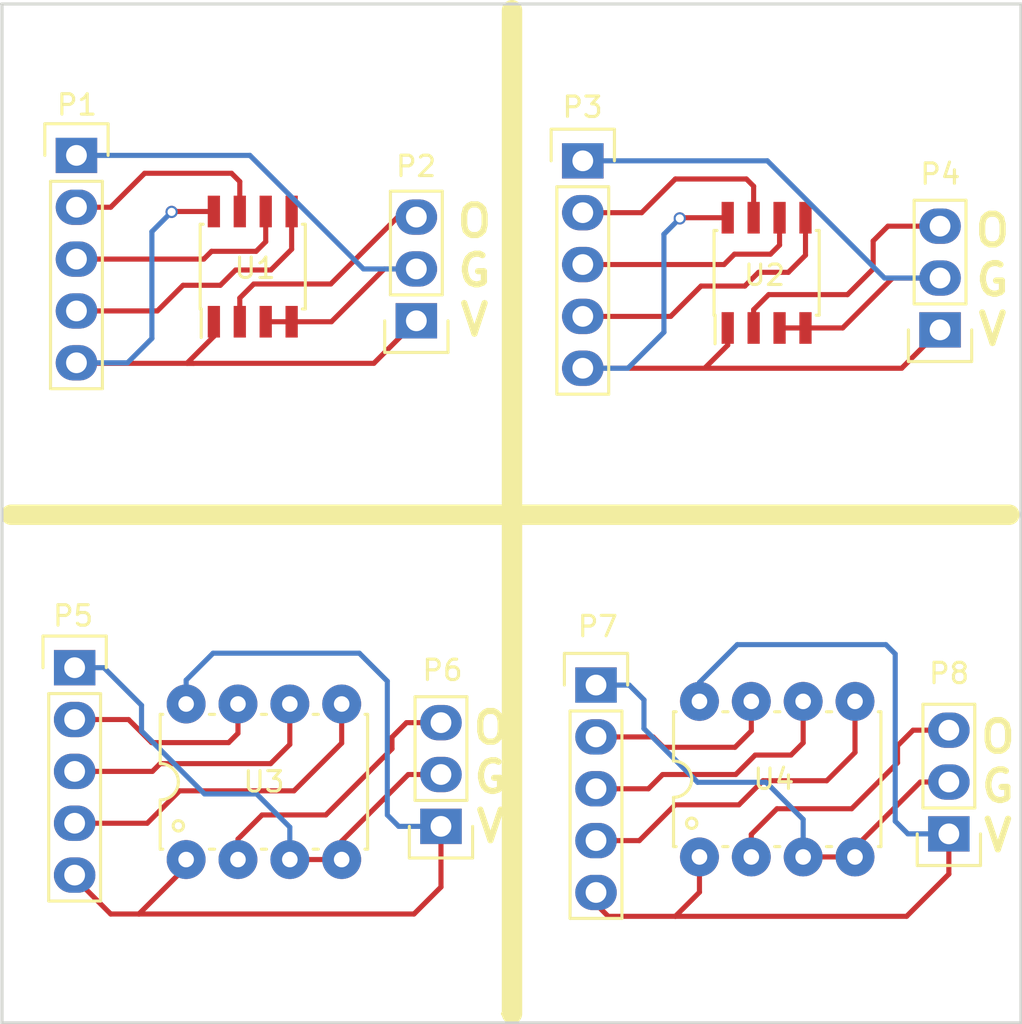
<source format=kicad_pcb>
(kicad_pcb (version 4) (host pcbnew 4.0.4-stable)

  (general
    (links 40)
    (no_connects 0)
    (area 117.648667 62.796799 170.539734 112.978001)
    (thickness 1.6)
    (drawings 11)
    (tracks 186)
    (zones 0)
    (modules 12)
    (nets 25)
  )

  (page A4)
  (layers
    (0 F.Cu signal)
    (31 B.Cu signal)
    (32 B.Adhes user)
    (33 F.Adhes user)
    (34 B.Paste user)
    (35 F.Paste user)
    (36 B.SilkS user)
    (37 F.SilkS user)
    (38 B.Mask user)
    (39 F.Mask user)
    (40 Dwgs.User user)
    (41 Cmts.User user)
    (42 Eco1.User user)
    (43 Eco2.User user)
    (44 Edge.Cuts user)
    (45 Margin user)
    (46 B.CrtYd user)
    (47 F.CrtYd user)
    (48 B.Fab user)
    (49 F.Fab user)
  )

  (setup
    (last_trace_width 0.25)
    (trace_clearance 0.2)
    (zone_clearance 0.508)
    (zone_45_only no)
    (trace_min 0.2)
    (segment_width 0.2)
    (edge_width 0.15)
    (via_size 0.6)
    (via_drill 0.4)
    (via_min_size 0.4)
    (via_min_drill 0.3)
    (uvia_size 0.3)
    (uvia_drill 0.1)
    (uvias_allowed no)
    (uvia_min_size 0.2)
    (uvia_min_drill 0.1)
    (pcb_text_width 0.3)
    (pcb_text_size 1.5 1.5)
    (mod_edge_width 0.15)
    (mod_text_size 1 1)
    (mod_text_width 0.15)
    (pad_size 1.524 1.524)
    (pad_drill 0.762)
    (pad_to_mask_clearance 0.2)
    (aux_axis_origin 0 0)
    (visible_elements FFFFFF7F)
    (pcbplotparams
      (layerselection 0x010f0_80000001)
      (usegerberextensions true)
      (excludeedgelayer true)
      (linewidth 0.100000)
      (plotframeref false)
      (viasonmask false)
      (mode 1)
      (useauxorigin false)
      (hpglpennumber 1)
      (hpglpenspeed 20)
      (hpglpendiameter 15)
      (hpglpenoverlay 2)
      (psnegative false)
      (psa4output false)
      (plotreference true)
      (plotvalue true)
      (plotinvisibletext false)
      (padsonsilk false)
      (subtractmaskfromsilk false)
      (outputformat 1)
      (mirror false)
      (drillshape 0)
      (scaleselection 1)
      (outputdirectory ""))
  )

  (net 0 "")
  (net 1 GND)
  (net 2 SCLK_A)
  (net 3 MISO_A)
  (net 4 SS_A)
  (net 5 "Net-(P1-Pad5)")
  (net 6 "Net-(P2-Pad3)")
  (net 7 GNDA)
  (net 8 SCLK_B)
  (net 9 MISO_B)
  (net 10 SS_B)
  (net 11 "Net-(P3-Pad5)")
  (net 12 "Net-(P4-Pad3)")
  (net 13 GNDD)
  (net 14 SCLK_C)
  (net 15 MISO_C)
  (net 16 SS_C)
  (net 17 "Net-(P5-Pad5)")
  (net 18 "Net-(P6-Pad3)")
  (net 19 GNDPWR)
  (net 20 SCLK_D)
  (net 21 MISO_D)
  (net 22 SS_D)
  (net 23 "Net-(P7-Pad5)")
  (net 24 "Net-(P8-Pad3)")

  (net_class Default "This is the default net class."
    (clearance 0.2)
    (trace_width 0.25)
    (via_dia 0.6)
    (via_drill 0.4)
    (uvia_dia 0.3)
    (uvia_drill 0.1)
    (add_net GND)
    (add_net GNDA)
    (add_net GNDD)
    (add_net GNDPWR)
    (add_net MISO_A)
    (add_net MISO_B)
    (add_net MISO_C)
    (add_net MISO_D)
    (add_net "Net-(P1-Pad5)")
    (add_net "Net-(P2-Pad3)")
    (add_net "Net-(P3-Pad5)")
    (add_net "Net-(P4-Pad3)")
    (add_net "Net-(P5-Pad5)")
    (add_net "Net-(P6-Pad3)")
    (add_net "Net-(P7-Pad5)")
    (add_net "Net-(P8-Pad3)")
    (add_net SCLK_A)
    (add_net SCLK_B)
    (add_net SCLK_C)
    (add_net SCLK_D)
    (add_net SS_A)
    (add_net SS_B)
    (add_net SS_C)
    (add_net SS_D)
  )

  (module Pin_Headers:Pin_Header_Straight_1x05 (layer F.Cu) (tedit 5820C149) (tstamp 5820BFEB)
    (at 122.7709 70.4088)
    (descr "Through hole pin header")
    (tags "pin header")
    (path /5820B6D0)
    (fp_text reference P1 (at 0.0254 -2.4765) (layer F.SilkS)
      (effects (font (size 1 1) (thickness 0.15)))
    )
    (fp_text value CONN_01X05 (at 0 -3.1) (layer F.Fab) hide
      (effects (font (size 1 1) (thickness 0.15)))
    )
    (fp_line (start -1.55 0) (end -1.55 -1.55) (layer F.SilkS) (width 0.15))
    (fp_line (start -1.55 -1.55) (end 1.55 -1.55) (layer F.SilkS) (width 0.15))
    (fp_line (start 1.55 -1.55) (end 1.55 0) (layer F.SilkS) (width 0.15))
    (fp_line (start -1.75 -1.75) (end -1.75 11.95) (layer F.CrtYd) (width 0.05))
    (fp_line (start 1.75 -1.75) (end 1.75 11.95) (layer F.CrtYd) (width 0.05))
    (fp_line (start -1.75 -1.75) (end 1.75 -1.75) (layer F.CrtYd) (width 0.05))
    (fp_line (start -1.75 11.95) (end 1.75 11.95) (layer F.CrtYd) (width 0.05))
    (fp_line (start 1.27 1.27) (end 1.27 11.43) (layer F.SilkS) (width 0.15))
    (fp_line (start 1.27 11.43) (end -1.27 11.43) (layer F.SilkS) (width 0.15))
    (fp_line (start -1.27 11.43) (end -1.27 1.27) (layer F.SilkS) (width 0.15))
    (fp_line (start 1.27 1.27) (end -1.27 1.27) (layer F.SilkS) (width 0.15))
    (pad 1 thru_hole rect (at 0 0) (size 2.032 1.7272) (drill 1.016) (layers *.Cu *.Mask)
      (net 1 GND))
    (pad 2 thru_hole oval (at 0 2.54) (size 2.032 1.7272) (drill 1.016) (layers *.Cu *.Mask)
      (net 2 SCLK_A))
    (pad 3 thru_hole oval (at 0 5.08) (size 2.032 1.7272) (drill 1.016) (layers *.Cu *.Mask)
      (net 3 MISO_A))
    (pad 4 thru_hole oval (at 0 7.62) (size 2.032 1.7272) (drill 1.016) (layers *.Cu *.Mask)
      (net 4 SS_A))
    (pad 5 thru_hole oval (at 0 10.16) (size 2.032 1.7272) (drill 1.016) (layers *.Cu *.Mask)
      (net 5 "Net-(P1-Pad5)"))
    (model Pin_Headers.3dshapes/Pin_Header_Straight_1x05.wrl
      (at (xyz 0 -0.2 0))
      (scale (xyz 1 1 1))
      (rotate (xyz 0 0 90))
    )
  )

  (module Pin_Headers:Pin_Header_Straight_1x03 (layer F.Cu) (tedit 5820C14F) (tstamp 5820BFF2)
    (at 139.4206 78.5114 180)
    (descr "Through hole pin header")
    (tags "pin header")
    (path /5820B5E8)
    (fp_text reference P2 (at 0.0127 7.5692 180) (layer F.SilkS)
      (effects (font (size 1 1) (thickness 0.15)))
    )
    (fp_text value CONN_01X03 (at 0 -3.1 180) (layer F.Fab) hide
      (effects (font (size 1 1) (thickness 0.15)))
    )
    (fp_line (start -1.75 -1.75) (end -1.75 6.85) (layer F.CrtYd) (width 0.05))
    (fp_line (start 1.75 -1.75) (end 1.75 6.85) (layer F.CrtYd) (width 0.05))
    (fp_line (start -1.75 -1.75) (end 1.75 -1.75) (layer F.CrtYd) (width 0.05))
    (fp_line (start -1.75 6.85) (end 1.75 6.85) (layer F.CrtYd) (width 0.05))
    (fp_line (start -1.27 1.27) (end -1.27 6.35) (layer F.SilkS) (width 0.15))
    (fp_line (start -1.27 6.35) (end 1.27 6.35) (layer F.SilkS) (width 0.15))
    (fp_line (start 1.27 6.35) (end 1.27 1.27) (layer F.SilkS) (width 0.15))
    (fp_line (start 1.55 -1.55) (end 1.55 0) (layer F.SilkS) (width 0.15))
    (fp_line (start 1.27 1.27) (end -1.27 1.27) (layer F.SilkS) (width 0.15))
    (fp_line (start -1.55 0) (end -1.55 -1.55) (layer F.SilkS) (width 0.15))
    (fp_line (start -1.55 -1.55) (end 1.55 -1.55) (layer F.SilkS) (width 0.15))
    (pad 1 thru_hole rect (at 0 0 180) (size 2.032 1.7272) (drill 1.016) (layers *.Cu *.Mask)
      (net 5 "Net-(P1-Pad5)"))
    (pad 2 thru_hole oval (at 0 2.54 180) (size 2.032 1.7272) (drill 1.016) (layers *.Cu *.Mask)
      (net 1 GND))
    (pad 3 thru_hole oval (at 0 5.08 180) (size 2.032 1.7272) (drill 1.016) (layers *.Cu *.Mask)
      (net 6 "Net-(P2-Pad3)"))
    (model Pin_Headers.3dshapes/Pin_Header_Straight_1x03.wrl
      (at (xyz 0 -0.1 0))
      (scale (xyz 1 1 1))
      (rotate (xyz 0 0 90))
    )
  )

  (module Pin_Headers:Pin_Header_Straight_1x05 (layer F.Cu) (tedit 5820C1C1) (tstamp 5820BFFB)
    (at 147.574 70.6755)
    (descr "Through hole pin header")
    (tags "pin header")
    (path /5820B735)
    (fp_text reference P3 (at -0.0127 -2.6289) (layer F.SilkS)
      (effects (font (size 1 1) (thickness 0.15)))
    )
    (fp_text value CONN_01X05 (at 0 -3.1) (layer F.Fab) hide
      (effects (font (size 1 1) (thickness 0.15)))
    )
    (fp_line (start -1.55 0) (end -1.55 -1.55) (layer F.SilkS) (width 0.15))
    (fp_line (start -1.55 -1.55) (end 1.55 -1.55) (layer F.SilkS) (width 0.15))
    (fp_line (start 1.55 -1.55) (end 1.55 0) (layer F.SilkS) (width 0.15))
    (fp_line (start -1.75 -1.75) (end -1.75 11.95) (layer F.CrtYd) (width 0.05))
    (fp_line (start 1.75 -1.75) (end 1.75 11.95) (layer F.CrtYd) (width 0.05))
    (fp_line (start -1.75 -1.75) (end 1.75 -1.75) (layer F.CrtYd) (width 0.05))
    (fp_line (start -1.75 11.95) (end 1.75 11.95) (layer F.CrtYd) (width 0.05))
    (fp_line (start 1.27 1.27) (end 1.27 11.43) (layer F.SilkS) (width 0.15))
    (fp_line (start 1.27 11.43) (end -1.27 11.43) (layer F.SilkS) (width 0.15))
    (fp_line (start -1.27 11.43) (end -1.27 1.27) (layer F.SilkS) (width 0.15))
    (fp_line (start 1.27 1.27) (end -1.27 1.27) (layer F.SilkS) (width 0.15))
    (pad 1 thru_hole rect (at 0 0) (size 2.032 1.7272) (drill 1.016) (layers *.Cu *.Mask)
      (net 7 GNDA))
    (pad 2 thru_hole oval (at 0 2.54) (size 2.032 1.7272) (drill 1.016) (layers *.Cu *.Mask)
      (net 8 SCLK_B))
    (pad 3 thru_hole oval (at 0 5.08) (size 2.032 1.7272) (drill 1.016) (layers *.Cu *.Mask)
      (net 9 MISO_B))
    (pad 4 thru_hole oval (at 0 7.62) (size 2.032 1.7272) (drill 1.016) (layers *.Cu *.Mask)
      (net 10 SS_B))
    (pad 5 thru_hole oval (at 0 10.16) (size 2.032 1.7272) (drill 1.016) (layers *.Cu *.Mask)
      (net 11 "Net-(P3-Pad5)"))
    (model Pin_Headers.3dshapes/Pin_Header_Straight_1x05.wrl
      (at (xyz 0 -0.2 0))
      (scale (xyz 1 1 1))
      (rotate (xyz 0 0 90))
    )
  )

  (module Pin_Headers:Pin_Header_Straight_1x03 (layer F.Cu) (tedit 5820C1C5) (tstamp 5820C002)
    (at 165.0746 78.9559 180)
    (descr "Through hole pin header")
    (tags "pin header")
    (path /5820B653)
    (fp_text reference P4 (at -0.0127 7.6327 180) (layer F.SilkS)
      (effects (font (size 1 1) (thickness 0.15)))
    )
    (fp_text value CONN_01X03 (at 0 -3.1 180) (layer F.Fab) hide
      (effects (font (size 1 1) (thickness 0.15)))
    )
    (fp_line (start -1.75 -1.75) (end -1.75 6.85) (layer F.CrtYd) (width 0.05))
    (fp_line (start 1.75 -1.75) (end 1.75 6.85) (layer F.CrtYd) (width 0.05))
    (fp_line (start -1.75 -1.75) (end 1.75 -1.75) (layer F.CrtYd) (width 0.05))
    (fp_line (start -1.75 6.85) (end 1.75 6.85) (layer F.CrtYd) (width 0.05))
    (fp_line (start -1.27 1.27) (end -1.27 6.35) (layer F.SilkS) (width 0.15))
    (fp_line (start -1.27 6.35) (end 1.27 6.35) (layer F.SilkS) (width 0.15))
    (fp_line (start 1.27 6.35) (end 1.27 1.27) (layer F.SilkS) (width 0.15))
    (fp_line (start 1.55 -1.55) (end 1.55 0) (layer F.SilkS) (width 0.15))
    (fp_line (start 1.27 1.27) (end -1.27 1.27) (layer F.SilkS) (width 0.15))
    (fp_line (start -1.55 0) (end -1.55 -1.55) (layer F.SilkS) (width 0.15))
    (fp_line (start -1.55 -1.55) (end 1.55 -1.55) (layer F.SilkS) (width 0.15))
    (pad 1 thru_hole rect (at 0 0 180) (size 2.032 1.7272) (drill 1.016) (layers *.Cu *.Mask)
      (net 11 "Net-(P3-Pad5)"))
    (pad 2 thru_hole oval (at 0 2.54 180) (size 2.032 1.7272) (drill 1.016) (layers *.Cu *.Mask)
      (net 7 GNDA))
    (pad 3 thru_hole oval (at 0 5.08 180) (size 2.032 1.7272) (drill 1.016) (layers *.Cu *.Mask)
      (net 12 "Net-(P4-Pad3)"))
    (model Pin_Headers.3dshapes/Pin_Header_Straight_1x03.wrl
      (at (xyz 0 -0.1 0))
      (scale (xyz 1 1 1))
      (rotate (xyz 0 0 90))
    )
  )

  (module Pin_Headers:Pin_Header_Straight_1x05 (layer F.Cu) (tedit 5820C4D4) (tstamp 5820C00B)
    (at 122.682 95.504)
    (descr "Through hole pin header")
    (tags "pin header")
    (path /5820CB6F)
    (fp_text reference P5 (at -0.0762 -2.54) (layer F.SilkS)
      (effects (font (size 1 1) (thickness 0.15)))
    )
    (fp_text value CONN_01X05 (at 0 -3.1) (layer F.Fab) hide
      (effects (font (size 1 1) (thickness 0.15)))
    )
    (fp_line (start -1.55 0) (end -1.55 -1.55) (layer F.SilkS) (width 0.15))
    (fp_line (start -1.55 -1.55) (end 1.55 -1.55) (layer F.SilkS) (width 0.15))
    (fp_line (start 1.55 -1.55) (end 1.55 0) (layer F.SilkS) (width 0.15))
    (fp_line (start -1.75 -1.75) (end -1.75 11.95) (layer F.CrtYd) (width 0.05))
    (fp_line (start 1.75 -1.75) (end 1.75 11.95) (layer F.CrtYd) (width 0.05))
    (fp_line (start -1.75 -1.75) (end 1.75 -1.75) (layer F.CrtYd) (width 0.05))
    (fp_line (start -1.75 11.95) (end 1.75 11.95) (layer F.CrtYd) (width 0.05))
    (fp_line (start 1.27 1.27) (end 1.27 11.43) (layer F.SilkS) (width 0.15))
    (fp_line (start 1.27 11.43) (end -1.27 11.43) (layer F.SilkS) (width 0.15))
    (fp_line (start -1.27 11.43) (end -1.27 1.27) (layer F.SilkS) (width 0.15))
    (fp_line (start 1.27 1.27) (end -1.27 1.27) (layer F.SilkS) (width 0.15))
    (pad 1 thru_hole rect (at 0 0) (size 2.032 1.7272) (drill 1.016) (layers *.Cu *.Mask)
      (net 13 GNDD))
    (pad 2 thru_hole oval (at 0 2.54) (size 2.032 1.7272) (drill 1.016) (layers *.Cu *.Mask)
      (net 14 SCLK_C))
    (pad 3 thru_hole oval (at 0 5.08) (size 2.032 1.7272) (drill 1.016) (layers *.Cu *.Mask)
      (net 15 MISO_C))
    (pad 4 thru_hole oval (at 0 7.62) (size 2.032 1.7272) (drill 1.016) (layers *.Cu *.Mask)
      (net 16 SS_C))
    (pad 5 thru_hole oval (at 0 10.16) (size 2.032 1.7272) (drill 1.016) (layers *.Cu *.Mask)
      (net 17 "Net-(P5-Pad5)"))
    (model Pin_Headers.3dshapes/Pin_Header_Straight_1x05.wrl
      (at (xyz 0 -0.2 0))
      (scale (xyz 1 1 1))
      (rotate (xyz 0 0 90))
    )
  )

  (module Pin_Headers:Pin_Header_Straight_1x03 (layer F.Cu) (tedit 5820C4E2) (tstamp 5820C012)
    (at 140.6271 103.2764 180)
    (descr "Through hole pin header")
    (tags "pin header")
    (path /5820CC67)
    (fp_text reference P6 (at -0.0762 7.6454 180) (layer F.SilkS)
      (effects (font (size 1 1) (thickness 0.15)))
    )
    (fp_text value CONN_01X03 (at 0 -3.1 180) (layer F.Fab) hide
      (effects (font (size 1 1) (thickness 0.15)))
    )
    (fp_line (start -1.75 -1.75) (end -1.75 6.85) (layer F.CrtYd) (width 0.05))
    (fp_line (start 1.75 -1.75) (end 1.75 6.85) (layer F.CrtYd) (width 0.05))
    (fp_line (start -1.75 -1.75) (end 1.75 -1.75) (layer F.CrtYd) (width 0.05))
    (fp_line (start -1.75 6.85) (end 1.75 6.85) (layer F.CrtYd) (width 0.05))
    (fp_line (start -1.27 1.27) (end -1.27 6.35) (layer F.SilkS) (width 0.15))
    (fp_line (start -1.27 6.35) (end 1.27 6.35) (layer F.SilkS) (width 0.15))
    (fp_line (start 1.27 6.35) (end 1.27 1.27) (layer F.SilkS) (width 0.15))
    (fp_line (start 1.55 -1.55) (end 1.55 0) (layer F.SilkS) (width 0.15))
    (fp_line (start 1.27 1.27) (end -1.27 1.27) (layer F.SilkS) (width 0.15))
    (fp_line (start -1.55 0) (end -1.55 -1.55) (layer F.SilkS) (width 0.15))
    (fp_line (start -1.55 -1.55) (end 1.55 -1.55) (layer F.SilkS) (width 0.15))
    (pad 1 thru_hole rect (at 0 0 180) (size 2.032 1.7272) (drill 1.016) (layers *.Cu *.Mask)
      (net 17 "Net-(P5-Pad5)"))
    (pad 2 thru_hole oval (at 0 2.54 180) (size 2.032 1.7272) (drill 1.016) (layers *.Cu *.Mask)
      (net 13 GNDD))
    (pad 3 thru_hole oval (at 0 5.08 180) (size 2.032 1.7272) (drill 1.016) (layers *.Cu *.Mask)
      (net 18 "Net-(P6-Pad3)"))
    (model Pin_Headers.3dshapes/Pin_Header_Straight_1x03.wrl
      (at (xyz 0 -0.1 0))
      (scale (xyz 1 1 1))
      (rotate (xyz 0 0 90))
    )
  )

  (module Pin_Headers:Pin_Header_Straight_1x05 (layer F.Cu) (tedit 5820C908) (tstamp 5820C01B)
    (at 148.2217 96.3549)
    (descr "Through hole pin header")
    (tags "pin header")
    (path /5820D131)
    (fp_text reference P7 (at 0.0889 -2.8702) (layer F.SilkS)
      (effects (font (size 1 1) (thickness 0.15)))
    )
    (fp_text value CONN_01X05 (at 0 -3.1) (layer F.Fab) hide
      (effects (font (size 1 1) (thickness 0.15)))
    )
    (fp_line (start -1.55 0) (end -1.55 -1.55) (layer F.SilkS) (width 0.15))
    (fp_line (start -1.55 -1.55) (end 1.55 -1.55) (layer F.SilkS) (width 0.15))
    (fp_line (start 1.55 -1.55) (end 1.55 0) (layer F.SilkS) (width 0.15))
    (fp_line (start -1.75 -1.75) (end -1.75 11.95) (layer F.CrtYd) (width 0.05))
    (fp_line (start 1.75 -1.75) (end 1.75 11.95) (layer F.CrtYd) (width 0.05))
    (fp_line (start -1.75 -1.75) (end 1.75 -1.75) (layer F.CrtYd) (width 0.05))
    (fp_line (start -1.75 11.95) (end 1.75 11.95) (layer F.CrtYd) (width 0.05))
    (fp_line (start 1.27 1.27) (end 1.27 11.43) (layer F.SilkS) (width 0.15))
    (fp_line (start 1.27 11.43) (end -1.27 11.43) (layer F.SilkS) (width 0.15))
    (fp_line (start -1.27 11.43) (end -1.27 1.27) (layer F.SilkS) (width 0.15))
    (fp_line (start 1.27 1.27) (end -1.27 1.27) (layer F.SilkS) (width 0.15))
    (pad 1 thru_hole rect (at 0 0) (size 2.032 1.7272) (drill 1.016) (layers *.Cu *.Mask)
      (net 19 GNDPWR))
    (pad 2 thru_hole oval (at 0 2.54) (size 2.032 1.7272) (drill 1.016) (layers *.Cu *.Mask)
      (net 20 SCLK_D))
    (pad 3 thru_hole oval (at 0 5.08) (size 2.032 1.7272) (drill 1.016) (layers *.Cu *.Mask)
      (net 21 MISO_D))
    (pad 4 thru_hole oval (at 0 7.62) (size 2.032 1.7272) (drill 1.016) (layers *.Cu *.Mask)
      (net 22 SS_D))
    (pad 5 thru_hole oval (at 0 10.16) (size 2.032 1.7272) (drill 1.016) (layers *.Cu *.Mask)
      (net 23 "Net-(P7-Pad5)"))
    (model Pin_Headers.3dshapes/Pin_Header_Straight_1x05.wrl
      (at (xyz 0 -0.2 0))
      (scale (xyz 1 1 1))
      (rotate (xyz 0 0 90))
    )
  )

  (module Pin_Headers:Pin_Header_Straight_1x03 (layer F.Cu) (tedit 5820C904) (tstamp 5820C022)
    (at 165.5064 103.6447 180)
    (descr "Through hole pin header")
    (tags "pin header")
    (path /5820D182)
    (fp_text reference P8 (at -0.0127 7.8613 180) (layer F.SilkS)
      (effects (font (size 1 1) (thickness 0.15)))
    )
    (fp_text value CONN_01X03 (at 0 -3.1 180) (layer F.Fab) hide
      (effects (font (size 1 1) (thickness 0.15)))
    )
    (fp_line (start -1.75 -1.75) (end -1.75 6.85) (layer F.CrtYd) (width 0.05))
    (fp_line (start 1.75 -1.75) (end 1.75 6.85) (layer F.CrtYd) (width 0.05))
    (fp_line (start -1.75 -1.75) (end 1.75 -1.75) (layer F.CrtYd) (width 0.05))
    (fp_line (start -1.75 6.85) (end 1.75 6.85) (layer F.CrtYd) (width 0.05))
    (fp_line (start -1.27 1.27) (end -1.27 6.35) (layer F.SilkS) (width 0.15))
    (fp_line (start -1.27 6.35) (end 1.27 6.35) (layer F.SilkS) (width 0.15))
    (fp_line (start 1.27 6.35) (end 1.27 1.27) (layer F.SilkS) (width 0.15))
    (fp_line (start 1.55 -1.55) (end 1.55 0) (layer F.SilkS) (width 0.15))
    (fp_line (start 1.27 1.27) (end -1.27 1.27) (layer F.SilkS) (width 0.15))
    (fp_line (start -1.55 0) (end -1.55 -1.55) (layer F.SilkS) (width 0.15))
    (fp_line (start -1.55 -1.55) (end 1.55 -1.55) (layer F.SilkS) (width 0.15))
    (pad 1 thru_hole rect (at 0 0 180) (size 2.032 1.7272) (drill 1.016) (layers *.Cu *.Mask)
      (net 23 "Net-(P7-Pad5)"))
    (pad 2 thru_hole oval (at 0 2.54 180) (size 2.032 1.7272) (drill 1.016) (layers *.Cu *.Mask)
      (net 19 GNDPWR))
    (pad 3 thru_hole oval (at 0 5.08 180) (size 2.032 1.7272) (drill 1.016) (layers *.Cu *.Mask)
      (net 24 "Net-(P8-Pad3)"))
    (model Pin_Headers.3dshapes/Pin_Header_Straight_1x03.wrl
      (at (xyz 0 -0.1 0))
      (scale (xyz 1 1 1))
      (rotate (xyz 0 0 90))
    )
  )

  (module Housings_SOIC:SOIC-8_3.9x4.9mm_Pitch1.27mm (layer F.Cu) (tedit 5820C154) (tstamp 5820C02E)
    (at 131.4069 75.8571 90)
    (descr "8-Lead Plastic Small Outline (SN) - Narrow, 3.90 mm Body [SOIC] (see Microchip Packaging Specification 00000049BS.pdf)")
    (tags "SOIC 1.27")
    (path /5820B437)
    (attr smd)
    (fp_text reference U1 (at -0.0762 0.1143 180) (layer F.SilkS)
      (effects (font (size 1 1) (thickness 0.15)))
    )
    (fp_text value MCP3201 (at 4.572 -0.0381 180) (layer F.Fab)
      (effects (font (size 1 1) (thickness 0.15)))
    )
    (fp_line (start -0.95 -2.45) (end 1.95 -2.45) (layer F.Fab) (width 0.15))
    (fp_line (start 1.95 -2.45) (end 1.95 2.45) (layer F.Fab) (width 0.15))
    (fp_line (start 1.95 2.45) (end -1.95 2.45) (layer F.Fab) (width 0.15))
    (fp_line (start -1.95 2.45) (end -1.95 -1.45) (layer F.Fab) (width 0.15))
    (fp_line (start -1.95 -1.45) (end -0.95 -2.45) (layer F.Fab) (width 0.15))
    (fp_line (start -3.75 -2.75) (end -3.75 2.75) (layer F.CrtYd) (width 0.05))
    (fp_line (start 3.75 -2.75) (end 3.75 2.75) (layer F.CrtYd) (width 0.05))
    (fp_line (start -3.75 -2.75) (end 3.75 -2.75) (layer F.CrtYd) (width 0.05))
    (fp_line (start -3.75 2.75) (end 3.75 2.75) (layer F.CrtYd) (width 0.05))
    (fp_line (start -2.075 -2.575) (end -2.075 -2.525) (layer F.SilkS) (width 0.15))
    (fp_line (start 2.075 -2.575) (end 2.075 -2.43) (layer F.SilkS) (width 0.15))
    (fp_line (start 2.075 2.575) (end 2.075 2.43) (layer F.SilkS) (width 0.15))
    (fp_line (start -2.075 2.575) (end -2.075 2.43) (layer F.SilkS) (width 0.15))
    (fp_line (start -2.075 -2.575) (end 2.075 -2.575) (layer F.SilkS) (width 0.15))
    (fp_line (start -2.075 2.575) (end 2.075 2.575) (layer F.SilkS) (width 0.15))
    (fp_line (start -2.075 -2.525) (end -3.475 -2.525) (layer F.SilkS) (width 0.15))
    (pad 1 smd rect (at -2.7 -1.905 90) (size 1.55 0.6) (layers F.Cu F.Paste F.Mask)
      (net 5 "Net-(P1-Pad5)"))
    (pad 2 smd rect (at -2.7 -0.635 90) (size 1.55 0.6) (layers F.Cu F.Paste F.Mask)
      (net 6 "Net-(P2-Pad3)"))
    (pad 3 smd rect (at -2.7 0.635 90) (size 1.55 0.6) (layers F.Cu F.Paste F.Mask)
      (net 1 GND))
    (pad 4 smd rect (at -2.7 1.905 90) (size 1.55 0.6) (layers F.Cu F.Paste F.Mask)
      (net 1 GND))
    (pad 5 smd rect (at 2.7 1.905 90) (size 1.55 0.6) (layers F.Cu F.Paste F.Mask)
      (net 4 SS_A))
    (pad 6 smd rect (at 2.7 0.635 90) (size 1.55 0.6) (layers F.Cu F.Paste F.Mask)
      (net 3 MISO_A))
    (pad 7 smd rect (at 2.7 -0.635 90) (size 1.55 0.6) (layers F.Cu F.Paste F.Mask)
      (net 2 SCLK_A))
    (pad 8 smd rect (at 2.7 -1.905 90) (size 1.55 0.6) (layers F.Cu F.Paste F.Mask)
      (net 5 "Net-(P1-Pad5)"))
    (model Housings_SOIC.3dshapes/SOIC-8_3.9x4.9mm_Pitch1.27mm.wrl
      (at (xyz 0 0 0))
      (scale (xyz 1 1 1))
      (rotate (xyz 0 0 0))
    )
  )

  (module Housings_SOIC:SOIC-8_3.9x4.9mm_Pitch1.27mm (layer F.Cu) (tedit 5820C1CB) (tstamp 5820C03A)
    (at 156.5783 76.1619 90)
    (descr "8-Lead Plastic Small Outline (SN) - Narrow, 3.90 mm Body [SOIC] (see Microchip Packaging Specification 00000049BS.pdf)")
    (tags "SOIC 1.27")
    (path /5820B47D)
    (attr smd)
    (fp_text reference U2 (at -0.1143 -0.1016 180) (layer F.SilkS)
      (effects (font (size 1 1) (thickness 0.15)))
    )
    (fp_text value MCP3201 (at 4.6863 0 180) (layer F.Fab)
      (effects (font (size 1 1) (thickness 0.15)))
    )
    (fp_line (start -0.95 -2.45) (end 1.95 -2.45) (layer F.Fab) (width 0.15))
    (fp_line (start 1.95 -2.45) (end 1.95 2.45) (layer F.Fab) (width 0.15))
    (fp_line (start 1.95 2.45) (end -1.95 2.45) (layer F.Fab) (width 0.15))
    (fp_line (start -1.95 2.45) (end -1.95 -1.45) (layer F.Fab) (width 0.15))
    (fp_line (start -1.95 -1.45) (end -0.95 -2.45) (layer F.Fab) (width 0.15))
    (fp_line (start -3.75 -2.75) (end -3.75 2.75) (layer F.CrtYd) (width 0.05))
    (fp_line (start 3.75 -2.75) (end 3.75 2.75) (layer F.CrtYd) (width 0.05))
    (fp_line (start -3.75 -2.75) (end 3.75 -2.75) (layer F.CrtYd) (width 0.05))
    (fp_line (start -3.75 2.75) (end 3.75 2.75) (layer F.CrtYd) (width 0.05))
    (fp_line (start -2.075 -2.575) (end -2.075 -2.525) (layer F.SilkS) (width 0.15))
    (fp_line (start 2.075 -2.575) (end 2.075 -2.43) (layer F.SilkS) (width 0.15))
    (fp_line (start 2.075 2.575) (end 2.075 2.43) (layer F.SilkS) (width 0.15))
    (fp_line (start -2.075 2.575) (end -2.075 2.43) (layer F.SilkS) (width 0.15))
    (fp_line (start -2.075 -2.575) (end 2.075 -2.575) (layer F.SilkS) (width 0.15))
    (fp_line (start -2.075 2.575) (end 2.075 2.575) (layer F.SilkS) (width 0.15))
    (fp_line (start -2.075 -2.525) (end -3.475 -2.525) (layer F.SilkS) (width 0.15))
    (pad 1 smd rect (at -2.7 -1.905 90) (size 1.55 0.6) (layers F.Cu F.Paste F.Mask)
      (net 11 "Net-(P3-Pad5)"))
    (pad 2 smd rect (at -2.7 -0.635 90) (size 1.55 0.6) (layers F.Cu F.Paste F.Mask)
      (net 12 "Net-(P4-Pad3)"))
    (pad 3 smd rect (at -2.7 0.635 90) (size 1.55 0.6) (layers F.Cu F.Paste F.Mask)
      (net 7 GNDA))
    (pad 4 smd rect (at -2.7 1.905 90) (size 1.55 0.6) (layers F.Cu F.Paste F.Mask)
      (net 7 GNDA))
    (pad 5 smd rect (at 2.7 1.905 90) (size 1.55 0.6) (layers F.Cu F.Paste F.Mask)
      (net 10 SS_B))
    (pad 6 smd rect (at 2.7 0.635 90) (size 1.55 0.6) (layers F.Cu F.Paste F.Mask)
      (net 9 MISO_B))
    (pad 7 smd rect (at 2.7 -0.635 90) (size 1.55 0.6) (layers F.Cu F.Paste F.Mask)
      (net 8 SCLK_B))
    (pad 8 smd rect (at 2.7 -1.905 90) (size 1.55 0.6) (layers F.Cu F.Paste F.Mask)
      (net 11 "Net-(P3-Pad5)"))
    (model Housings_SOIC.3dshapes/SOIC-8_3.9x4.9mm_Pitch1.27mm.wrl
      (at (xyz 0 0 0))
      (scale (xyz 1 1 1))
      (rotate (xyz 0 0 0))
    )
  )

  (module Power_Integrations:PDIP-8 (layer F.Cu) (tedit 5820C4DF) (tstamp 5820C046)
    (at 131.953 101.092)
    (descr "PDIP-8 Standard 300mil 8pin Dual In Line Package")
    (tags "Power Integrations P Package")
    (path /5820CC9F)
    (fp_text reference U3 (at 0 0) (layer F.SilkS)
      (effects (font (size 1 1) (thickness 0.15)))
    )
    (fp_text value MCP3201 (at -0.127 -5.9182) (layer F.Fab)
      (effects (font (size 1 1) (thickness 0.15)))
    )
    (fp_line (start -5.08 0.889) (end -5.08 3.302) (layer F.SilkS) (width 0.15))
    (fp_line (start -5.08 -0.889) (end -5.08 -3.302) (layer F.SilkS) (width 0.15))
    (fp_arc (start -5.08 0) (end -4.191 0) (angle 90) (layer F.SilkS) (width 0.15))
    (fp_arc (start -5.08 0) (end -5.08 -0.889) (angle 90) (layer F.SilkS) (width 0.15))
    (fp_circle (center -4.191 2.159) (end -3.937 2.159) (layer F.SilkS) (width 0.15))
    (fp_line (start 5.08 3.302) (end 4.953 3.302) (layer F.SilkS) (width 0.15))
    (fp_line (start 2.413 3.302) (end 2.667 3.302) (layer F.SilkS) (width 0.15))
    (fp_line (start -0.127 3.302) (end 0.127 3.302) (layer F.SilkS) (width 0.15))
    (fp_line (start -2.667 3.302) (end -2.413 3.302) (layer F.SilkS) (width 0.15))
    (fp_line (start -5.08 3.302) (end -4.953 3.302) (layer F.SilkS) (width 0.15))
    (fp_line (start -5.08 -3.302) (end -4.953 -3.302) (layer F.SilkS) (width 0.15))
    (fp_line (start 5.08 -3.302) (end 4.953 -3.302) (layer F.SilkS) (width 0.15))
    (fp_line (start 2.413 -3.302) (end 2.667 -3.302) (layer F.SilkS) (width 0.15))
    (fp_line (start -0.127 -3.302) (end 0.127 -3.302) (layer F.SilkS) (width 0.15))
    (fp_line (start -2.667 -3.302) (end -2.413 -3.302) (layer F.SilkS) (width 0.15))
    (fp_line (start 5.08 3.302) (end 5.08 -3.302) (layer F.SilkS) (width 0.15))
    (pad 1 thru_hole circle (at -3.81 3.81) (size 1.905 1.905) (drill 0.762) (layers *.Cu *.Mask)
      (net 17 "Net-(P5-Pad5)"))
    (pad 2 thru_hole circle (at -1.27 3.81) (size 1.905 1.905) (drill 0.762) (layers *.Cu *.Mask)
      (net 18 "Net-(P6-Pad3)"))
    (pad 3 thru_hole circle (at 1.27 3.81) (size 1.905 1.905) (drill 0.762) (layers *.Cu *.Mask)
      (net 13 GNDD))
    (pad 4 thru_hole circle (at 3.81 3.81) (size 1.905 1.905) (drill 0.762) (layers *.Cu *.Mask)
      (net 13 GNDD))
    (pad 5 thru_hole circle (at 3.81 -3.81) (size 1.905 1.905) (drill 0.762) (layers *.Cu *.Mask)
      (net 16 SS_C))
    (pad 6 thru_hole circle (at 1.27 -3.81) (size 1.905 1.905) (drill 0.762) (layers *.Cu *.Mask)
      (net 15 MISO_C))
    (pad 7 thru_hole circle (at -1.27 -3.81) (size 1.905 1.905) (drill 0.762) (layers *.Cu *.Mask)
      (net 14 SCLK_C))
    (pad 8 thru_hole circle (at -3.81 -3.81) (size 1.905 1.905) (drill 0.762) (layers *.Cu *.Mask)
      (net 17 "Net-(P5-Pad5)"))
  )

  (module Power_Integrations:PDIP-8 (layer F.Cu) (tedit 5820CA6F) (tstamp 5820C052)
    (at 157.099 100.965)
    (descr "PDIP-8 Standard 300mil 8pin Dual In Line Package")
    (tags "Power Integrations P Package")
    (path /5820D0ED)
    (fp_text reference U4 (at -0.1651 0) (layer F.SilkS)
      (effects (font (size 1 1) (thickness 0.15)))
    )
    (fp_text value MCP3201 (at 0.1778 -5.7531) (layer F.Fab)
      (effects (font (size 1 1) (thickness 0.15)))
    )
    (fp_line (start -5.08 0.889) (end -5.08 3.302) (layer F.SilkS) (width 0.15))
    (fp_line (start -5.08 -0.889) (end -5.08 -3.302) (layer F.SilkS) (width 0.15))
    (fp_arc (start -5.08 0) (end -4.191 0) (angle 90) (layer F.SilkS) (width 0.15))
    (fp_arc (start -5.08 0) (end -5.08 -0.889) (angle 90) (layer F.SilkS) (width 0.15))
    (fp_circle (center -4.191 2.159) (end -3.937 2.159) (layer F.SilkS) (width 0.15))
    (fp_line (start 5.08 3.302) (end 4.953 3.302) (layer F.SilkS) (width 0.15))
    (fp_line (start 2.413 3.302) (end 2.667 3.302) (layer F.SilkS) (width 0.15))
    (fp_line (start -0.127 3.302) (end 0.127 3.302) (layer F.SilkS) (width 0.15))
    (fp_line (start -2.667 3.302) (end -2.413 3.302) (layer F.SilkS) (width 0.15))
    (fp_line (start -5.08 3.302) (end -4.953 3.302) (layer F.SilkS) (width 0.15))
    (fp_line (start -5.08 -3.302) (end -4.953 -3.302) (layer F.SilkS) (width 0.15))
    (fp_line (start 5.08 -3.302) (end 4.953 -3.302) (layer F.SilkS) (width 0.15))
    (fp_line (start 2.413 -3.302) (end 2.667 -3.302) (layer F.SilkS) (width 0.15))
    (fp_line (start -0.127 -3.302) (end 0.127 -3.302) (layer F.SilkS) (width 0.15))
    (fp_line (start -2.667 -3.302) (end -2.413 -3.302) (layer F.SilkS) (width 0.15))
    (fp_line (start 5.08 3.302) (end 5.08 -3.302) (layer F.SilkS) (width 0.15))
    (pad 1 thru_hole circle (at -3.81 3.81) (size 1.905 1.905) (drill 0.762) (layers *.Cu *.Mask)
      (net 23 "Net-(P7-Pad5)"))
    (pad 2 thru_hole circle (at -1.27 3.81) (size 1.905 1.905) (drill 0.762) (layers *.Cu *.Mask)
      (net 24 "Net-(P8-Pad3)"))
    (pad 3 thru_hole circle (at 1.27 3.81) (size 1.905 1.905) (drill 0.762) (layers *.Cu *.Mask)
      (net 19 GNDPWR))
    (pad 4 thru_hole circle (at 3.81 3.81) (size 1.905 1.905) (drill 0.762) (layers *.Cu *.Mask)
      (net 19 GNDPWR))
    (pad 5 thru_hole circle (at 3.81 -3.81) (size 1.905 1.905) (drill 0.762) (layers *.Cu *.Mask)
      (net 22 SS_D))
    (pad 6 thru_hole circle (at 1.27 -3.81) (size 1.905 1.905) (drill 0.762) (layers *.Cu *.Mask)
      (net 21 MISO_D))
    (pad 7 thru_hole circle (at -1.27 -3.81) (size 1.905 1.905) (drill 0.762) (layers *.Cu *.Mask)
      (net 20 SCLK_D))
    (pad 8 thru_hole circle (at -3.81 -3.81) (size 1.905 1.905) (drill 0.762) (layers *.Cu *.Mask)
      (net 23 "Net-(P7-Pad5)"))
  )

  (gr_text "O\nG\nV\n" (at 167.64 76.5048) (layer F.SilkS)
    (effects (font (size 1.5 1.5) (thickness 0.3)))
  )
  (gr_text "O\nG\nV\n" (at 142.2654 76.0476) (layer F.SilkS)
    (effects (font (size 1.5 1.5) (thickness 0.3)))
  )
  (gr_text "O\nG\nV\n" (at 143.0528 100.8634) (layer F.SilkS)
    (effects (font (size 1.5 1.5) (thickness 0.3)))
  )
  (gr_text "O\nG\nV\n" (at 167.9067 101.3079) (layer F.SilkS)
    (effects (font (size 1.5 1.5) (thickness 0.3)))
  )
  (gr_line (start 144.1069 112.4585) (end 143.6624 112.4585) (angle 90) (layer F.SilkS) (width 0.2))
  (gr_line (start 144.1069 63.2968) (end 144.1069 112.4585) (angle 90) (layer F.SilkS) (width 1))
  (gr_line (start 119.5705 88.011) (end 168.4655 88.011) (angle 90) (layer F.SilkS) (width 1))
  (gr_line (start 119.126 112.903) (end 119.126 62.992) (angle 90) (layer Edge.Cuts) (width 0.15))
  (gr_line (start 169.037 112.903) (end 119.126 112.903) (angle 90) (layer Edge.Cuts) (width 0.15))
  (gr_line (start 169.037 62.992) (end 169.037 112.903) (angle 90) (layer Edge.Cuts) (width 0.15))
  (gr_line (start 119.1006 62.992) (end 169.037 62.992) (angle 90) (layer Edge.Cuts) (width 0.15))

  (segment (start 122.7709 70.4088) (end 131.2672 70.4088) (width 0.25) (layer B.Cu) (net 1))
  (segment (start 136.8298 75.9714) (end 139.4206 75.9714) (width 0.25) (layer B.Cu) (net 1) (tstamp 5820C14F))
  (segment (start 131.2672 70.4088) (end 136.8298 75.9714) (width 0.25) (layer B.Cu) (net 1) (tstamp 5820C14D))
  (segment (start 133.3119 78.5571) (end 135.2601 78.5571) (width 0.25) (layer F.Cu) (net 1))
  (segment (start 137.8458 75.9714) (end 139.4206 75.9714) (width 0.25) (layer F.Cu) (net 1) (tstamp 5820C114))
  (segment (start 135.2601 78.5571) (end 137.8458 75.9714) (width 0.25) (layer F.Cu) (net 1) (tstamp 5820C112))
  (segment (start 132.0419 78.5571) (end 133.3119 78.5571) (width 0.25) (layer F.Cu) (net 1))
  (segment (start 130.7719 73.1571) (end 130.7719 71.6915) (width 0.25) (layer F.Cu) (net 2))
  (segment (start 124.4473 72.9488) (end 122.7709 72.9488) (width 0.25) (layer F.Cu) (net 2) (tstamp 5820C138))
  (segment (start 126.111 71.2851) (end 124.4473 72.9488) (width 0.25) (layer F.Cu) (net 2) (tstamp 5820C136))
  (segment (start 130.3655 71.2851) (end 126.111 71.2851) (width 0.25) (layer F.Cu) (net 2) (tstamp 5820C135))
  (segment (start 130.7719 71.6915) (end 130.3655 71.2851) (width 0.25) (layer F.Cu) (net 2) (tstamp 5820C134))
  (segment (start 122.7709 75.4888) (end 129.0066 75.4888) (width 0.25) (layer F.Cu) (net 3))
  (segment (start 132.0419 74.6379) (end 132.0419 73.1571) (width 0.25) (layer F.Cu) (net 3) (tstamp 5820C12F))
  (segment (start 131.572 75.1078) (end 132.0419 74.6379) (width 0.25) (layer F.Cu) (net 3) (tstamp 5820C12E))
  (segment (start 129.3876 75.1078) (end 131.572 75.1078) (width 0.25) (layer F.Cu) (net 3) (tstamp 5820C12D))
  (segment (start 129.0066 75.4888) (end 129.3876 75.1078) (width 0.25) (layer F.Cu) (net 3) (tstamp 5820C12C))
  (segment (start 122.7709 78.0288) (end 126.7333 78.0288) (width 0.25) (layer F.Cu) (net 4))
  (segment (start 133.3119 75.0062) (end 133.3119 73.1571) (width 0.25) (layer F.Cu) (net 4) (tstamp 5820C128))
  (segment (start 132.2959 76.0222) (end 133.3119 75.0062) (width 0.25) (layer F.Cu) (net 4) (tstamp 5820C127))
  (segment (start 130.5687 76.0222) (end 132.2959 76.0222) (width 0.25) (layer F.Cu) (net 4) (tstamp 5820C126))
  (segment (start 129.8194 76.7715) (end 130.5687 76.0222) (width 0.25) (layer F.Cu) (net 4) (tstamp 5820C124))
  (segment (start 127.9906 76.7715) (end 129.8194 76.7715) (width 0.25) (layer F.Cu) (net 4) (tstamp 5820C122))
  (segment (start 126.7333 78.0288) (end 127.9906 76.7715) (width 0.25) (layer F.Cu) (net 4) (tstamp 5820C120))
  (segment (start 139.4206 78.5114) (end 137.3378 80.5942) (width 0.25) (layer F.Cu) (net 5))
  (segment (start 137.3378 80.5942) (end 128.524 80.5942) (width 0.25) (layer F.Cu) (net 5) (tstamp 5820C10C))
  (segment (start 129.5019 79.2734) (end 128.1811 80.5942) (width 0.25) (layer F.Cu) (net 5) (tstamp 5820C157))
  (segment (start 128.524 80.5942) (end 122.7963 80.5942) (width 0.25) (layer F.Cu) (net 5) (tstamp 5820C15B))
  (segment (start 128.1811 80.5942) (end 128.524 80.5942) (width 0.25) (layer F.Cu) (net 5) (tstamp 5820C158))
  (segment (start 129.5019 78.5571) (end 129.5019 79.2734) (width 0.25) (layer F.Cu) (net 5))
  (segment (start 122.7709 80.5688) (end 125.2728 80.5688) (width 0.25) (layer B.Cu) (net 5))
  (segment (start 127.4521 73.1571) (end 129.5019 73.1571) (width 0.25) (layer F.Cu) (net 5) (tstamp 5820C147))
  (segment (start 127.4318 73.1774) (end 127.4521 73.1571) (width 0.25) (layer F.Cu) (net 5) (tstamp 5820C146))
  (via (at 127.4318 73.1774) (size 0.6) (drill 0.4) (layers F.Cu B.Cu) (net 5))
  (segment (start 126.4666 74.1426) (end 127.4318 73.1774) (width 0.25) (layer B.Cu) (net 5) (tstamp 5820C143))
  (segment (start 126.4666 79.375) (end 126.4666 74.1426) (width 0.25) (layer B.Cu) (net 5) (tstamp 5820C141))
  (segment (start 125.2728 80.5688) (end 126.4666 79.375) (width 0.25) (layer B.Cu) (net 5) (tstamp 5820C13F))
  (segment (start 122.7963 80.5942) (end 122.7709 80.5688) (width 0.25) (layer F.Cu) (net 5) (tstamp 5820C10D))
  (segment (start 139.4206 73.4314) (end 138.5062 73.4314) (width 0.25) (layer F.Cu) (net 6))
  (segment (start 138.5062 73.4314) (end 135.2296 76.708) (width 0.25) (layer F.Cu) (net 6) (tstamp 5820C118))
  (segment (start 135.2296 76.708) (end 131.4577 76.708) (width 0.25) (layer F.Cu) (net 6) (tstamp 5820C119))
  (segment (start 131.4577 76.708) (end 130.7719 77.3938) (width 0.25) (layer F.Cu) (net 6) (tstamp 5820C11B))
  (segment (start 130.7719 77.3938) (end 130.7719 78.5571) (width 0.25) (layer F.Cu) (net 6) (tstamp 5820C11C))
  (segment (start 165.0746 76.4159) (end 162.7505 76.4159) (width 0.25) (layer F.Cu) (net 7) (status 400000))
  (segment (start 160.3045 78.8619) (end 158.4833 78.8619) (width 0.25) (layer F.Cu) (net 7) (tstamp 5820C46F) (status 800000))
  (segment (start 162.7505 76.4159) (end 160.3045 78.8619) (width 0.25) (layer F.Cu) (net 7) (tstamp 5820C46D))
  (segment (start 157.2133 78.8619) (end 158.4833 78.8619) (width 0.25) (layer F.Cu) (net 7) (status C00000))
  (segment (start 147.574 70.6755) (end 156.6164 70.6755) (width 0.25) (layer B.Cu) (net 7) (status 400000))
  (segment (start 162.3568 76.4159) (end 165.0746 76.4159) (width 0.25) (layer B.Cu) (net 7) (tstamp 5820C43A) (status 800000))
  (segment (start 156.6164 70.6755) (end 162.3568 76.4159) (width 0.25) (layer B.Cu) (net 7) (tstamp 5820C434))
  (segment (start 147.574 73.2155) (end 150.4569 73.2155) (width 0.25) (layer F.Cu) (net 8) (status 400000))
  (segment (start 155.9433 71.9201) (end 155.9433 73.4619) (width 0.25) (layer F.Cu) (net 8) (tstamp 5820C461) (status 800000))
  (segment (start 155.5877 71.5645) (end 155.9433 71.9201) (width 0.25) (layer F.Cu) (net 8) (tstamp 5820C460))
  (segment (start 152.1079 71.5645) (end 155.5877 71.5645) (width 0.25) (layer F.Cu) (net 8) (tstamp 5820C45E))
  (segment (start 150.4569 73.2155) (end 152.1079 71.5645) (width 0.25) (layer F.Cu) (net 8) (tstamp 5820C45C))
  (segment (start 147.574 75.7555) (end 154.4955 75.7555) (width 0.25) (layer F.Cu) (net 9) (status 400000))
  (segment (start 157.2133 74.803) (end 157.2133 73.4619) (width 0.25) (layer F.Cu) (net 9) (tstamp 5820C4A5) (status 800000))
  (segment (start 156.7688 75.2475) (end 157.2133 74.803) (width 0.25) (layer F.Cu) (net 9) (tstamp 5820C4A4))
  (segment (start 155.0035 75.2475) (end 156.7688 75.2475) (width 0.25) (layer F.Cu) (net 9) (tstamp 5820C4A3))
  (segment (start 154.4955 75.7555) (end 155.0035 75.2475) (width 0.25) (layer F.Cu) (net 9) (tstamp 5820C4A2))
  (segment (start 147.574 78.2955) (end 151.8793 78.2955) (width 0.25) (layer F.Cu) (net 10) (status 400000))
  (segment (start 158.4833 75.2983) (end 158.4833 73.4619) (width 0.25) (layer F.Cu) (net 10) (tstamp 5820C49F) (status 800000))
  (segment (start 157.6451 76.1365) (end 158.4833 75.2983) (width 0.25) (layer F.Cu) (net 10) (tstamp 5820C49E))
  (segment (start 156.1846 76.1365) (end 157.6451 76.1365) (width 0.25) (layer F.Cu) (net 10) (tstamp 5820C49D))
  (segment (start 155.5115 76.8096) (end 156.1846 76.1365) (width 0.25) (layer F.Cu) (net 10) (tstamp 5820C49C))
  (segment (start 153.3652 76.8096) (end 155.5115 76.8096) (width 0.25) (layer F.Cu) (net 10) (tstamp 5820C49A))
  (segment (start 151.8793 78.2955) (end 153.3652 76.8096) (width 0.25) (layer F.Cu) (net 10) (tstamp 5820C498))
  (segment (start 154.6733 78.8619) (end 154.6733 79.7052) (width 0.25) (layer F.Cu) (net 11) (status 400000))
  (segment (start 154.6733 79.7052) (end 153.543 80.8355) (width 0.25) (layer F.Cu) (net 11) (tstamp 5820C449))
  (segment (start 147.574 80.8355) (end 149.7838 80.8355) (width 0.25) (layer B.Cu) (net 11) (status 400000))
  (segment (start 152.3568 73.4619) (end 154.6733 73.4619) (width 0.25) (layer F.Cu) (net 11) (tstamp 5820C446) (status 800000))
  (segment (start 152.3238 73.4949) (end 152.3568 73.4619) (width 0.25) (layer F.Cu) (net 11) (tstamp 5820C445))
  (via (at 152.3238 73.4949) (size 0.6) (drill 0.4) (layers F.Cu B.Cu) (net 11))
  (segment (start 151.5491 74.2696) (end 152.3238 73.4949) (width 0.25) (layer B.Cu) (net 11) (tstamp 5820C442))
  (segment (start 151.5491 79.0702) (end 151.5491 74.2696) (width 0.25) (layer B.Cu) (net 11) (tstamp 5820C440))
  (segment (start 149.7838 80.8355) (end 151.5491 79.0702) (width 0.25) (layer B.Cu) (net 11) (tstamp 5820C43E))
  (segment (start 147.574 80.8355) (end 153.543 80.8355) (width 0.25) (layer F.Cu) (net 11) (status 400000))
  (segment (start 153.543 80.8355) (end 163.195 80.8355) (width 0.25) (layer F.Cu) (net 11) (tstamp 5820C44C))
  (segment (start 163.195 80.8355) (end 165.0746 78.9559) (width 0.25) (layer F.Cu) (net 11) (tstamp 5820C42F) (status 800000))
  (segment (start 155.9433 78.8619) (end 155.9433 77.9653) (width 0.25) (layer F.Cu) (net 12) (status 400000))
  (segment (start 162.5219 73.8759) (end 165.0746 73.8759) (width 0.25) (layer F.Cu) (net 12) (tstamp 5820C495) (status 800000))
  (segment (start 161.798 74.5998) (end 162.5219 73.8759) (width 0.25) (layer F.Cu) (net 12) (tstamp 5820C494))
  (segment (start 161.798 75.9714) (end 161.798 74.5998) (width 0.25) (layer F.Cu) (net 12) (tstamp 5820C492))
  (segment (start 160.5407 77.2287) (end 161.798 75.9714) (width 0.25) (layer F.Cu) (net 12) (tstamp 5820C48F))
  (segment (start 156.6799 77.2287) (end 160.5407 77.2287) (width 0.25) (layer F.Cu) (net 12) (tstamp 5820C48E))
  (segment (start 155.9433 77.9653) (end 156.6799 77.2287) (width 0.25) (layer F.Cu) (net 12) (tstamp 5820C48D))
  (segment (start 122.682 95.504) (end 124.1171 95.504) (width 0.25) (layer B.Cu) (net 13) (status 400000))
  (segment (start 133.223 103.3145) (end 133.223 104.902) (width 0.25) (layer B.Cu) (net 13) (tstamp 5820C548) (status 800000))
  (segment (start 131.5974 101.6889) (end 133.223 103.3145) (width 0.25) (layer B.Cu) (net 13) (tstamp 5820C546))
  (segment (start 129.0447 101.6889) (end 131.5974 101.6889) (width 0.25) (layer B.Cu) (net 13) (tstamp 5820C541))
  (segment (start 125.9586 98.6028) (end 129.0447 101.6889) (width 0.25) (layer B.Cu) (net 13) (tstamp 5820C53F))
  (segment (start 125.9586 97.3455) (end 125.9586 98.6028) (width 0.25) (layer B.Cu) (net 13) (tstamp 5820C53D))
  (segment (start 124.1171 95.504) (end 125.9586 97.3455) (width 0.25) (layer B.Cu) (net 13) (tstamp 5820C53B))
  (segment (start 135.763 104.902) (end 135.763 104.0003) (width 0.25) (layer F.Cu) (net 13) (status C00000))
  (segment (start 135.763 104.0003) (end 139.0269 100.7364) (width 0.25) (layer F.Cu) (net 13) (tstamp 5820C50E) (status 400000))
  (segment (start 139.0269 100.7364) (end 140.6271 100.7364) (width 0.25) (layer F.Cu) (net 13) (tstamp 5820C50F) (status 800000))
  (segment (start 133.223 104.902) (end 135.763 104.902) (width 0.25) (layer F.Cu) (net 13) (status C00000))
  (segment (start 122.682 98.044) (end 125.3236 98.044) (width 0.25) (layer F.Cu) (net 14) (status 400000))
  (segment (start 130.683 98.7171) (end 130.683 97.282) (width 0.25) (layer F.Cu) (net 14) (tstamp 5820C537) (status 800000))
  (segment (start 130.2258 99.1743) (end 130.683 98.7171) (width 0.25) (layer F.Cu) (net 14) (tstamp 5820C536))
  (segment (start 126.4539 99.1743) (end 130.2258 99.1743) (width 0.25) (layer F.Cu) (net 14) (tstamp 5820C534))
  (segment (start 125.3236 98.044) (end 126.4539 99.1743) (width 0.25) (layer F.Cu) (net 14) (tstamp 5820C533))
  (segment (start 122.682 100.584) (end 126.492 100.584) (width 0.25) (layer F.Cu) (net 15) (status 400000))
  (segment (start 133.223 99.2632) (end 133.223 97.282) (width 0.25) (layer F.Cu) (net 15) (tstamp 5820C530) (status 800000))
  (segment (start 132.2832 100.203) (end 133.223 99.2632) (width 0.25) (layer F.Cu) (net 15) (tstamp 5820C52F))
  (segment (start 126.873 100.203) (end 132.2832 100.203) (width 0.25) (layer F.Cu) (net 15) (tstamp 5820C52E))
  (segment (start 126.492 100.584) (end 126.873 100.203) (width 0.25) (layer F.Cu) (net 15) (tstamp 5820C52D))
  (segment (start 122.682 103.124) (end 126.238 103.124) (width 0.25) (layer F.Cu) (net 16) (status 400000))
  (segment (start 135.763 99.1997) (end 135.763 97.282) (width 0.25) (layer F.Cu) (net 16) (tstamp 5820C529) (status 800000))
  (segment (start 133.4262 101.5365) (end 135.763 99.1997) (width 0.25) (layer F.Cu) (net 16) (tstamp 5820C527))
  (segment (start 127.8255 101.5365) (end 133.4262 101.5365) (width 0.25) (layer F.Cu) (net 16) (tstamp 5820C525))
  (segment (start 126.238 103.124) (end 127.8255 101.5365) (width 0.25) (layer F.Cu) (net 16) (tstamp 5820C523))
  (segment (start 128.143 97.282) (end 128.143 96.1136) (width 0.25) (layer B.Cu) (net 17) (status 400000))
  (segment (start 138.557 103.2764) (end 140.6271 103.2764) (width 0.25) (layer B.Cu) (net 17) (tstamp 5820C8FE) (status 800000))
  (segment (start 137.9982 102.7176) (end 138.557 103.2764) (width 0.25) (layer B.Cu) (net 17) (tstamp 5820C8FD))
  (segment (start 137.9982 96.1644) (end 137.9982 102.7176) (width 0.25) (layer B.Cu) (net 17) (tstamp 5820C8FB))
  (segment (start 136.6266 94.7928) (end 137.9982 96.1644) (width 0.25) (layer B.Cu) (net 17) (tstamp 5820C8F9))
  (segment (start 129.4638 94.7928) (end 136.6266 94.7928) (width 0.25) (layer B.Cu) (net 17) (tstamp 5820C8F7))
  (segment (start 128.143 96.1136) (end 129.4638 94.7928) (width 0.25) (layer B.Cu) (net 17) (tstamp 5820C8F5))
  (segment (start 128.143 104.902) (end 128.143 105.2576) (width 0.25) (layer F.Cu) (net 17) (status C00000))
  (segment (start 128.143 105.2576) (end 125.8316 107.569) (width 0.25) (layer F.Cu) (net 17) (tstamp 5820C51E) (status 400000))
  (segment (start 122.682 105.664) (end 122.682 105.8037) (width 0.25) (layer F.Cu) (net 17) (status C00000))
  (segment (start 122.682 105.8037) (end 124.4473 107.569) (width 0.25) (layer F.Cu) (net 17) (tstamp 5820C502) (status 400000))
  (segment (start 124.4473 107.569) (end 125.8316 107.569) (width 0.25) (layer F.Cu) (net 17) (tstamp 5820C503))
  (segment (start 125.8316 107.569) (end 139.3063 107.569) (width 0.25) (layer F.Cu) (net 17) (tstamp 5820C521))
  (segment (start 139.3063 107.569) (end 140.6271 106.2482) (width 0.25) (layer F.Cu) (net 17) (tstamp 5820C505))
  (segment (start 140.6271 106.2482) (end 140.6271 103.2764) (width 0.25) (layer F.Cu) (net 17) (tstamp 5820C507) (status 800000))
  (segment (start 130.683 104.902) (end 130.683 103.8987) (width 0.25) (layer F.Cu) (net 18) (status 400000))
  (segment (start 138.938 98.1964) (end 140.6271 98.1964) (width 0.25) (layer F.Cu) (net 18) (tstamp 5820C51B) (status 800000))
  (segment (start 138.2268 98.9076) (end 138.938 98.1964) (width 0.25) (layer F.Cu) (net 18) (tstamp 5820C51A))
  (segment (start 138.2268 99.4791) (end 138.2268 98.9076) (width 0.25) (layer F.Cu) (net 18) (tstamp 5820C519))
  (segment (start 134.9883 102.7176) (end 138.2268 99.4791) (width 0.25) (layer F.Cu) (net 18) (tstamp 5820C517))
  (segment (start 131.8641 102.7176) (end 134.9883 102.7176) (width 0.25) (layer F.Cu) (net 18) (tstamp 5820C515))
  (segment (start 130.683 103.8987) (end 131.8641 102.7176) (width 0.25) (layer F.Cu) (net 18) (tstamp 5820C513))
  (segment (start 158.369 104.775) (end 158.369 102.9335) (width 0.25) (layer B.Cu) (net 19) (status 400000))
  (segment (start 149.8473 96.3549) (end 148.2217 96.3549) (width 0.25) (layer B.Cu) (net 19) (tstamp 5820C8AE) (status 800000))
  (segment (start 150.5712 97.0788) (end 149.8473 96.3549) (width 0.25) (layer B.Cu) (net 19) (tstamp 5820C8AD))
  (segment (start 150.5712 98.4885) (end 150.5712 97.0788) (width 0.25) (layer B.Cu) (net 19) (tstamp 5820C8AB))
  (segment (start 153.2001 101.1174) (end 150.5712 98.4885) (width 0.25) (layer B.Cu) (net 19) (tstamp 5820C8A9))
  (segment (start 156.5529 101.1174) (end 153.2001 101.1174) (width 0.25) (layer B.Cu) (net 19) (tstamp 5820C8A7))
  (segment (start 158.369 102.9335) (end 156.5529 101.1174) (width 0.25) (layer B.Cu) (net 19) (tstamp 5820C8A5))
  (segment (start 160.909 104.775) (end 158.369 104.775) (width 0.25) (layer F.Cu) (net 19) (status C00000))
  (segment (start 160.909 104.775) (end 160.909 104.3051) (width 0.25) (layer F.Cu) (net 19) (status C00000))
  (segment (start 160.909 104.3051) (end 164.1094 101.1047) (width 0.25) (layer F.Cu) (net 19) (tstamp 5820C890) (status 400000))
  (segment (start 164.1094 101.1047) (end 165.5064 101.1047) (width 0.25) (layer F.Cu) (net 19) (tstamp 5820C895) (status 800000))
  (segment (start 148.2217 98.8949) (end 151.0157 98.8949) (width 0.25) (layer F.Cu) (net 20) (status 400000))
  (segment (start 155.829 98.6028) (end 155.829 97.155) (width 0.25) (layer F.Cu) (net 20) (tstamp 5820C8B4) (status 800000))
  (segment (start 155.0289 99.4029) (end 155.829 98.6028) (width 0.25) (layer F.Cu) (net 20) (tstamp 5820C8B3))
  (segment (start 151.5237 99.4029) (end 155.0289 99.4029) (width 0.25) (layer F.Cu) (net 20) (tstamp 5820C8B2))
  (segment (start 151.0157 98.8949) (end 151.5237 99.4029) (width 0.25) (layer F.Cu) (net 20) (tstamp 5820C8B1))
  (segment (start 148.2217 101.4349) (end 150.7871 101.4349) (width 0.25) (layer F.Cu) (net 21) (status 400000))
  (segment (start 158.369 99.187) (end 158.369 97.155) (width 0.25) (layer F.Cu) (net 21) (tstamp 5820C8E8) (status 800000))
  (segment (start 157.7721 99.7839) (end 158.369 99.187) (width 0.25) (layer F.Cu) (net 21) (tstamp 5820C8E7))
  (segment (start 156.0195 99.7839) (end 157.7721 99.7839) (width 0.25) (layer F.Cu) (net 21) (tstamp 5820C8E6))
  (segment (start 155.067 100.7364) (end 156.0195 99.7839) (width 0.25) (layer F.Cu) (net 21) (tstamp 5820C8E5))
  (segment (start 151.4856 100.7364) (end 155.067 100.7364) (width 0.25) (layer F.Cu) (net 21) (tstamp 5820C8E4))
  (segment (start 150.7871 101.4349) (end 151.4856 100.7364) (width 0.25) (layer F.Cu) (net 21) (tstamp 5820C8E3))
  (segment (start 148.2217 103.9749) (end 150.3426 103.9749) (width 0.25) (layer F.Cu) (net 22) (status 400000))
  (segment (start 160.909 99.6569) (end 160.909 97.155) (width 0.25) (layer F.Cu) (net 22) (tstamp 5820C8DF) (status 800000))
  (segment (start 159.5247 101.0412) (end 160.909 99.6569) (width 0.25) (layer F.Cu) (net 22) (tstamp 5820C8DD))
  (segment (start 156.4005 101.0412) (end 159.5247 101.0412) (width 0.25) (layer F.Cu) (net 22) (tstamp 5820C8DB))
  (segment (start 155.2194 102.2223) (end 156.4005 101.0412) (width 0.25) (layer F.Cu) (net 22) (tstamp 5820C8D9))
  (segment (start 152.0952 102.2223) (end 155.2194 102.2223) (width 0.25) (layer F.Cu) (net 22) (tstamp 5820C8D7))
  (segment (start 150.3426 103.9749) (end 152.0952 102.2223) (width 0.25) (layer F.Cu) (net 22) (tstamp 5820C8D5))
  (segment (start 153.289 97.155) (end 153.289 96.2279) (width 0.25) (layer B.Cu) (net 23) (status C00000))
  (segment (start 153.289 96.2279) (end 155.1432 94.3737) (width 0.25) (layer B.Cu) (net 23) (tstamp 5820C8EC) (status 400000))
  (segment (start 155.1432 94.3737) (end 162.4203 94.3737) (width 0.25) (layer B.Cu) (net 23) (tstamp 5820C8ED))
  (segment (start 162.4203 94.3737) (end 162.8775 94.8309) (width 0.25) (layer B.Cu) (net 23) (tstamp 5820C8EF))
  (segment (start 162.8775 94.8309) (end 162.8775 103.0224) (width 0.25) (layer B.Cu) (net 23) (tstamp 5820C8F0))
  (segment (start 162.8775 103.0224) (end 163.4998 103.6447) (width 0.25) (layer B.Cu) (net 23) (tstamp 5820C8F1))
  (segment (start 163.4998 103.6447) (end 165.5064 103.6447) (width 0.25) (layer B.Cu) (net 23) (tstamp 5820C8F2) (status 800000))
  (segment (start 153.289 104.775) (end 153.289 106.5022) (width 0.25) (layer F.Cu) (net 23) (status 400000))
  (segment (start 153.289 106.5022) (end 152.1079 107.6833) (width 0.25) (layer F.Cu) (net 23) (tstamp 5820C87C))
  (segment (start 148.2217 106.5149) (end 148.2217 107.0864) (width 0.25) (layer F.Cu) (net 23) (status C00000))
  (segment (start 148.2217 107.0864) (end 148.8186 107.6833) (width 0.25) (layer F.Cu) (net 23) (tstamp 5820C863) (status 400000))
  (segment (start 148.8186 107.6833) (end 152.1079 107.6833) (width 0.25) (layer F.Cu) (net 23) (tstamp 5820C873))
  (segment (start 152.1079 107.6833) (end 163.4363 107.6833) (width 0.25) (layer F.Cu) (net 23) (tstamp 5820C880))
  (segment (start 163.4363 107.6833) (end 165.5064 105.6132) (width 0.25) (layer F.Cu) (net 23) (tstamp 5820C876))
  (segment (start 165.5064 105.6132) (end 165.5064 103.6447) (width 0.25) (layer F.Cu) (net 23) (tstamp 5820C878) (status 800000))
  (segment (start 155.829 104.775) (end 155.829 103.6701) (width 0.25) (layer F.Cu) (net 24) (status 400000))
  (segment (start 163.7538 98.5647) (end 165.5064 98.5647) (width 0.25) (layer F.Cu) (net 24) (tstamp 5820C8D2) (status 800000))
  (segment (start 162.9918 99.3267) (end 163.7538 98.5647) (width 0.25) (layer F.Cu) (net 24) (tstamp 5820C8D1))
  (segment (start 162.9918 100.1649) (end 162.9918 99.3267) (width 0.25) (layer F.Cu) (net 24) (tstamp 5820C8CF))
  (segment (start 160.7439 102.4128) (end 162.9918 100.1649) (width 0.25) (layer F.Cu) (net 24) (tstamp 5820C8CD))
  (segment (start 157.0863 102.4128) (end 160.7439 102.4128) (width 0.25) (layer F.Cu) (net 24) (tstamp 5820C8CB))
  (segment (start 155.829 103.6701) (end 157.0863 102.4128) (width 0.25) (layer F.Cu) (net 24) (tstamp 5820C8C9))

)

</source>
